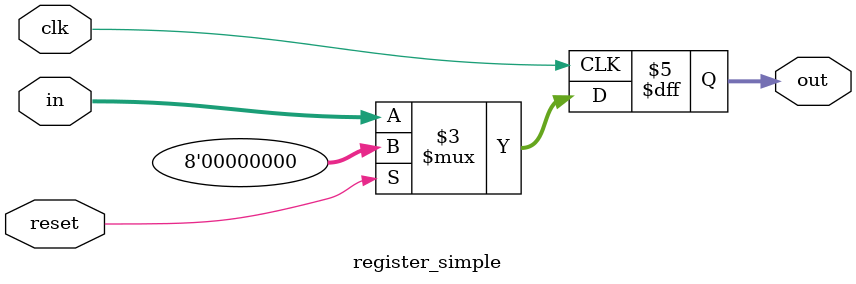
<source format=v>
module register_simple #(parameter W=8) (clk,reset,in,out);

	input clk, reset;
	input [(W-1):0] in;
	output reg [(W-1):0] out;

	always @(posedge clk)
	begin
		if (reset) begin
			out <= 0;
		end 
		else begin
			out <= in;
		end
	end

endmodule


</source>
